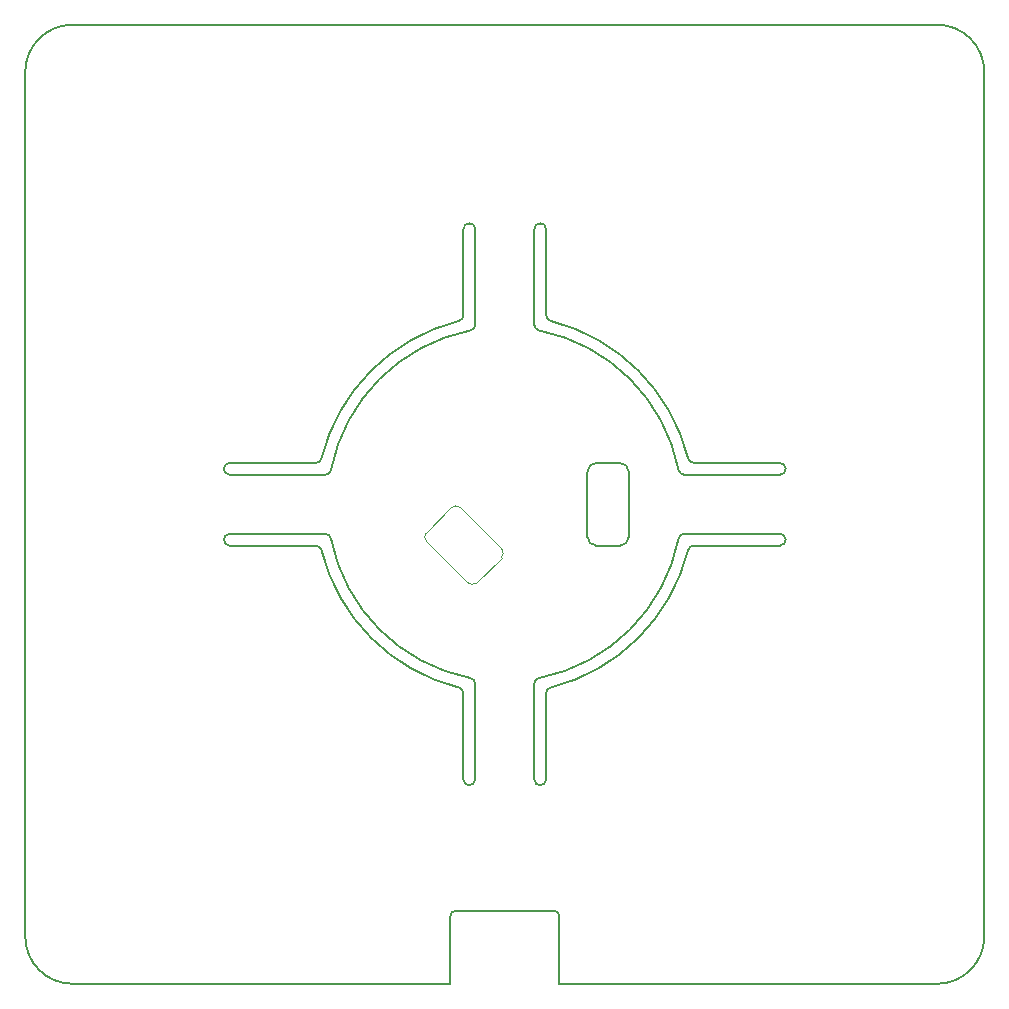
<source format=gbr>
%TF.GenerationSoftware,KiCad,Pcbnew,7.0.10*%
%TF.CreationDate,2024-01-23T14:11:02+00:00*%
%TF.ProjectId,view_base,76696577-5f62-4617-9365-2e6b69636164,rev?*%
%TF.SameCoordinates,Original*%
%TF.FileFunction,Profile,NP*%
%FSLAX46Y46*%
G04 Gerber Fmt 4.6, Leading zero omitted, Abs format (unit mm)*
G04 Created by KiCad (PCBNEW 7.0.10) date 2024-01-23 14:11:02*
%MOMM*%
%LPD*%
G01*
G04 APERTURE LIST*
%TA.AperFunction,Profile*%
%ADD10C,0.200000*%
%TD*%
%TA.AperFunction,Profile*%
%ADD11C,0.050000*%
%TD*%
G04 APERTURE END LIST*
D10*
X84793094Y-102499999D02*
X76709801Y-102499999D01*
X96500000Y-116007810D02*
X96500000Y-123290199D01*
X97500000Y-123290199D02*
X97500001Y-115206906D01*
X103878784Y-115522715D02*
G75*
G03*
X103499999Y-116007810I121216J-485085D01*
G01*
X96500000Y-123290199D02*
G75*
G03*
X97500000Y-123290199I500000J0D01*
G01*
X102903225Y-114716360D02*
G75*
G03*
X114716360Y-102903226I-2903225J14716360D01*
G01*
X115206906Y-102500007D02*
G75*
G03*
X114716362Y-102903226I-6J-499993D01*
G01*
X103878787Y-115522725D02*
G75*
G03*
X115522724Y-103878788I-3878787J15522725D01*
G01*
X109749999Y-103499999D02*
G75*
G03*
X110499999Y-102750000I1J749999D01*
G01*
X116007810Y-103500011D02*
G75*
G03*
X115522726Y-103878787I-10J-499989D01*
G01*
X110499999Y-102750000D02*
X110499999Y-97250001D01*
X123290199Y-97499999D02*
G75*
G03*
X123290199Y-96500001I1J499999D01*
G01*
X102499999Y-123290199D02*
G75*
G03*
X103499999Y-123290199I500000J0D01*
G01*
X103499999Y-123290199D02*
X103499999Y-116007810D01*
X110499999Y-97250001D02*
G75*
G03*
X109749999Y-96500001I-749999J1D01*
G01*
X109749999Y-96500001D02*
X107749999Y-96500001D01*
X107749999Y-96499999D02*
G75*
G03*
X106999999Y-97250001I1J-750001D01*
G01*
X106999999Y-97250001D02*
X106999999Y-102750000D01*
X116007810Y-103500000D02*
X123290199Y-103500000D01*
X107000000Y-102750000D02*
G75*
G03*
X107749999Y-103500000I750000J0D01*
G01*
X114716360Y-97096775D02*
G75*
G03*
X102903226Y-85283640I-14716360J-2903225D01*
G01*
X115206906Y-97500001D02*
X123290199Y-97500001D01*
X84477275Y-103878787D02*
G75*
G03*
X96121212Y-115522724I15522725J3878787D01*
G01*
X114716353Y-97096776D02*
G75*
G03*
X115206906Y-97500002I490547J96776D01*
G01*
X102903224Y-114716353D02*
G75*
G03*
X102499998Y-115206906I96776J-490547D01*
G01*
X136600000Y-140600000D02*
G75*
G03*
X140600000Y-136599999I0J4000000D01*
G01*
X123290199Y-102500000D02*
X115206906Y-102500000D01*
X76709801Y-102500001D02*
G75*
G03*
X76709801Y-103499999I-1J-499999D01*
G01*
X85283640Y-102903225D02*
G75*
G03*
X97096774Y-114716360I14716360J2903225D01*
G01*
X84477285Y-103878784D02*
G75*
G03*
X83992190Y-103499999I-485085J-121216D01*
G01*
X97499994Y-115206906D02*
G75*
G03*
X97096774Y-114716361I-499994J6D01*
G01*
X76709801Y-103499999D02*
X83992190Y-103499999D01*
X102499999Y-115206906D02*
X102499999Y-123290199D01*
X85283647Y-102903224D02*
G75*
G03*
X84793094Y-102499998I-490547J-96776D01*
G01*
X107749999Y-103500000D02*
X109749999Y-103500000D01*
X102500007Y-84793094D02*
G75*
G03*
X102903226Y-85283638I499993J-6D01*
G01*
X123290199Y-96500001D02*
X116007810Y-96500001D01*
X123290199Y-103500000D02*
G75*
G03*
X123290199Y-102500000I1J500000D01*
G01*
X96499989Y-116007810D02*
G75*
G03*
X96121213Y-115522726I-499989J10D01*
G01*
X63400001Y-59400001D02*
G75*
G03*
X59400001Y-63400000I-1J-3999999D01*
G01*
X140600000Y-63400000D02*
G75*
G03*
X136600000Y-59400000I-4000000J0D01*
G01*
X59400001Y-136599999D02*
X59400001Y-63400000D01*
X136600000Y-140599999D02*
X104620000Y-140600000D01*
X95380000Y-140600000D02*
X63400001Y-140599999D01*
X59400001Y-136599999D02*
G75*
G03*
X63400001Y-140599999I3999999J-1D01*
G01*
X140600000Y-63400000D02*
X140600000Y-136599999D01*
X63400001Y-59400000D02*
X136600000Y-59400000D01*
X97096776Y-85283647D02*
G75*
G03*
X97500002Y-84793094I-96776J490547D01*
G01*
X115522725Y-96121213D02*
G75*
G03*
X103878788Y-84477276I-15522725J-3878787D01*
G01*
X103500011Y-83992190D02*
G75*
G03*
X103878787Y-84477274I499989J-10D01*
G01*
X103500000Y-76709801D02*
G75*
G03*
X102500000Y-76709801I-500000J0D01*
G01*
X83992190Y-96500000D02*
X76709801Y-96500000D01*
X102500000Y-76709801D02*
X102500000Y-84793094D01*
X115522715Y-96121216D02*
G75*
G03*
X116007810Y-96500001I485085J121216D01*
G01*
X97096775Y-85283640D02*
G75*
G03*
X85283640Y-97096774I2903225J-14716360D01*
G01*
X96500001Y-76709801D02*
X96500001Y-83992190D01*
X103500000Y-83992190D02*
X103500000Y-76709801D01*
X76709801Y-97500000D02*
X84793094Y-97500000D01*
X96121216Y-84477285D02*
G75*
G03*
X96500001Y-83992190I-121216J485085D01*
G01*
X96121213Y-84477275D02*
G75*
G03*
X84477276Y-96121212I3878787J-15522725D01*
G01*
X76709801Y-96500000D02*
G75*
G03*
X76709801Y-97500000I-1J-500000D01*
G01*
X84793094Y-97499992D02*
G75*
G03*
X85283637Y-97096775I6J499992D01*
G01*
X97500001Y-84793094D02*
X97500001Y-76709801D01*
X97500001Y-76709801D02*
G75*
G03*
X96500001Y-76709801I-500000J0D01*
G01*
X83992190Y-96499989D02*
G75*
G03*
X84477274Y-96121213I10J499989D01*
G01*
%TO.C,J1*%
X95380000Y-140600000D02*
X95380000Y-134900000D01*
X95880000Y-134400000D02*
X104120000Y-134400000D01*
X104620000Y-140600000D02*
X104620000Y-134900000D01*
X95880000Y-134400000D02*
G75*
G03*
X95380000Y-134900000I1J-500001D01*
G01*
X104620000Y-134900000D02*
G75*
G03*
X104120000Y-134400000I-500000J0D01*
G01*
D11*
%TO.C,REF\u002A\u002A*%
X97603553Y-106639087D02*
X99724874Y-104517767D01*
X96896447Y-106639087D02*
X93360913Y-103103553D01*
X99724874Y-103810660D02*
X96189340Y-100275126D01*
X93360913Y-102396447D02*
X95482233Y-100275126D01*
X96896448Y-106639086D02*
G75*
G03*
X97603552Y-106639086I353552J353554D01*
G01*
X99724874Y-104517767D02*
G75*
G03*
X99724874Y-103810660I-353555J353553D01*
G01*
X93360913Y-102396447D02*
G75*
G03*
X93360913Y-103103553I353553J-353553D01*
G01*
X96189339Y-100275127D02*
G75*
G03*
X95482233Y-100275126I-353553J-353553D01*
G01*
%TD*%
M02*

</source>
